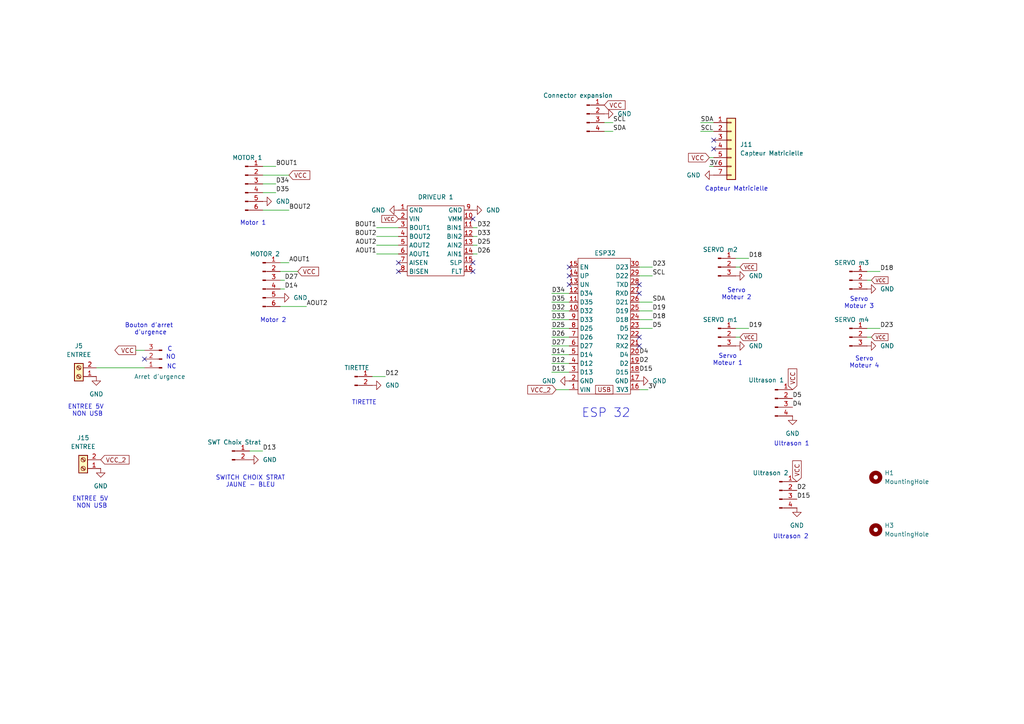
<source format=kicad_sch>
(kicad_sch (version 20231120) (generator "eeschema") (generator_version "8.0")
  (paper "A4")
  (lib_symbols
    (symbol "Connector:Conn_01x02_Pin" (pin_names (offset 1.016) hide)
      (property "Reference" "J" (at 0 2.54 0))
      (property "Value" "Conn_01x02_Pin" (at 0 -5.08 0))
      (symbol "Conn_01x02_Pin_1_1"
        (polyline (pts (xy 1.27 -2.54) (xy 0.8636 -2.54)) (stroke (width 0.1524)))
        (polyline (pts (xy 1.27 0) (xy 0.8636 0)) (stroke (width 0.1524)))
        (rectangle (start 0.8636 -2.413) (end 0 -2.667) (stroke (width 0.1524)) (fill (type outline)))
        (rectangle (start 0.8636 0.127) (end 0 -0.127) (stroke (width 0.1524)) (fill (type outline)))
        (pin passive line (at 5.08 0 180) (length 3.81) (name "Pin_1") (number "1"))
        (pin passive line (at 5.08 -2.54 180) (length 3.81) (name "Pin_2") (number "2"))
      )
    )
    (symbol "Connector:Conn_01x03_Pin" (pin_names (offset 1.016) hide)
      (property "Reference" "J" (at 0 5.08 0))
      (property "Value" "Conn_01x03_Pin" (at 0 -5.08 0))
      (symbol "Conn_01x03_Pin_1_1"
        (polyline (pts (xy 1.27 -2.54) (xy 0.8636 -2.54)) (stroke (width 0.1524)))
        (polyline (pts (xy 1.27 0) (xy 0.8636 0)) (stroke (width 0.1524)))
        (polyline (pts (xy 1.27 2.54) (xy 0.8636 2.54)) (stroke (width 0.1524)))
        (rectangle (start 0.8636 -2.413) (end 0 -2.667) (stroke (width 0.1524)) (fill (type outline)))
        (rectangle (start 0.8636 0.127) (end 0 -0.127) (stroke (width 0.1524)) (fill (type outline)))
        (rectangle (start 0.8636 2.667) (end 0 2.413) (stroke (width 0.1524)) (fill (type outline)))
        (pin passive line (at 5.08 2.54 180) (length 3.81) (name "Pin_1") (number "1"))
        (pin passive line (at 5.08 0 180) (length 3.81) (name "Pin_2") (number "2"))
        (pin passive line (at 5.08 -2.54 180) (length 3.81) (name "Pin_3") (number "3"))
      )
    )
    (symbol "Connector:Conn_01x04_Pin" (pin_names (offset 1.016) hide)
      (property "Reference" "J" (at 0 5.08 0))
      (property "Value" "Conn_01x04_Pin" (at 0 -7.62 0))
      (symbol "Conn_01x04_Pin_1_1"
        (polyline (pts (xy 1.27 -5.08) (xy 0.8636 -5.08)) (stroke (width 0.1524)))
        (polyline (pts (xy 1.27 -2.54) (xy 0.8636 -2.54)) (stroke (width 0.1524)))
        (polyline (pts (xy 1.27 0) (xy 0.8636 0)) (stroke (width 0.1524)))
        (polyline (pts (xy 1.27 2.54) (xy 0.8636 2.54)) (stroke (width 0.1524)))
        (rectangle (start 0.8636 -4.953) (end 0 -5.207) (stroke (width 0.1524)) (fill (type outline)))
        (rectangle (start 0.8636 -2.413) (end 0 -2.667) (stroke (width 0.1524)) (fill (type outline)))
        (rectangle (start 0.8636 0.127) (end 0 -0.127) (stroke (width 0.1524)) (fill (type outline)))
        (rectangle (start 0.8636 2.667) (end 0 2.413) (stroke (width 0.1524)) (fill (type outline)))
        (pin passive line (at 5.08 2.54 180) (length 3.81) (name "Pin_1") (number "1"))
        (pin passive line (at 5.08 0 180) (length 3.81) (name "Pin_2") (number "2"))
        (pin passive line (at 5.08 -2.54 180) (length 3.81) (name "Pin_3") (number "3"))
        (pin passive line (at 5.08 -5.08 180) (length 3.81) (name "Pin_4") (number "4"))
      )
    )
    (symbol "Connector:Conn_01x06_Pin" (pin_names (offset 1.016) hide)
      (property "Reference" "J" (at 0 7.62 0))
      (property "Value" "Conn_01x06_Pin" (at 0 -10.16 0))
      (symbol "Conn_01x06_Pin_1_1"
        (polyline (pts (xy 1.27 -7.62) (xy 0.8636 -7.62)) (stroke (width 0.1524)))
        (polyline (pts (xy 1.27 -5.08) (xy 0.8636 -5.08)) (stroke (width 0.1524)))
        (polyline (pts (xy 1.27 -2.54) (xy 0.8636 -2.54)) (stroke (width 0.1524)))
        (polyline (pts (xy 1.27 0) (xy 0.8636 0)) (stroke (width 0.1524)))
        (polyline (pts (xy 1.27 2.54) (xy 0.8636 2.54)) (stroke (width 0.1524)))
        (polyline (pts (xy 1.27 5.08) (xy 0.8636 5.08)) (stroke (width 0.1524)))
        (rectangle (start 0.8636 -7.493) (end 0 -7.747) (stroke (width 0.1524)) (fill (type outline)))
        (rectangle (start 0.8636 -4.953) (end 0 -5.207) (stroke (width 0.1524)) (fill (type outline)))
        (rectangle (start 0.8636 -2.413) (end 0 -2.667) (stroke (width 0.1524)) (fill (type outline)))
        (rectangle (start 0.8636 0.127) (end 0 -0.127) (stroke (width 0.1524)) (fill (type outline)))
        (rectangle (start 0.8636 2.667) (end 0 2.413) (stroke (width 0.1524)) (fill (type outline)))
        (rectangle (start 0.8636 5.207) (end 0 4.953) (stroke (width 0.1524)) (fill (type outline)))
        (pin passive line (at 5.08 5.08 180) (length 3.81) (name "Pin_1") (number "1"))
        (pin passive line (at 5.08 2.54 180) (length 3.81) (name "Pin_2") (number "2"))
        (pin passive line (at 5.08 0 180) (length 3.81) (name "Pin_3") (number "3"))
        (pin passive line (at 5.08 -2.54 180) (length 3.81) (name "Pin_4") (number "4"))
        (pin passive line (at 5.08 -5.08 180) (length 3.81) (name "Pin_5") (number "5"))
        (pin passive line (at 5.08 -7.62 180) (length 3.81) (name "Pin_6") (number "6"))
      )
    )
    (symbol "Connector:Screw_Terminal_01x02" (pin_names (offset 1.016) hide)
      (property "Reference" "J" (at 0 2.54 0))
      (property "Value" "Screw_Terminal_01x02" (at 0 -5.08 0))
      (symbol "Screw_Terminal_01x02_1_1"
        (rectangle (start -1.27 1.27) (end 1.27 -3.81) (stroke (width 0.254)) (fill (type background)))
        (circle (center 0 -2.54) (radius 0.635) (stroke (width 0.1524)))
        (polyline (pts (xy -0.5334 -2.2098) (xy 0.3302 -3.048)) (stroke (width 0.1524)))
        (polyline (pts (xy -0.5334 0.3302) (xy 0.3302 -0.508)) (stroke (width 0.1524)))
        (polyline (pts (xy -0.3556 -2.032) (xy 0.508 -2.8702)) (stroke (width 0.1524)))
        (polyline (pts (xy -0.3556 0.508) (xy 0.508 -0.3302)) (stroke (width 0.1524)))
        (circle (center 0 0) (radius 0.635) (stroke (width 0.1524)))
        (pin passive line (at -5.08 0 0) (length 3.81) (name "Pin_1") (number "1"))
        (pin passive line (at -5.08 -2.54 0) (length 3.81) (name "Pin_2") (number "2"))
      )
    )
    (symbol "Connector_Generic:Conn_01x07" (pin_names (offset 1.016) hide)
      (property "Reference" "J" (at 0 10.16 0))
      (property "Value" "Conn_01x07" (at 0 -10.16 0))
      (symbol "Conn_01x07_1_1"
        (rectangle (start -1.27 -7.493) (end 0 -7.747) (stroke (width 0.1524)))
        (rectangle (start -1.27 -4.953) (end 0 -5.207) (stroke (width 0.1524)))
        (rectangle (start -1.27 -2.413) (end 0 -2.667) (stroke (width 0.1524)))
        (rectangle (start -1.27 0.127) (end 0 -0.127) (stroke (width 0.1524)))
        (rectangle (start -1.27 2.667) (end 0 2.413) (stroke (width 0.1524)))
        (rectangle (start -1.27 5.207) (end 0 4.953) (stroke (width 0.1524)))
        (rectangle (start -1.27 7.747) (end 0 7.493) (stroke (width 0.1524)))
        (rectangle (start -1.27 8.89) (end 1.27 -8.89) (stroke (width 0.254)) (fill (type background)))
        (pin passive line (at -5.08 7.62 0) (length 3.81) (name "Pin_1") (number "1"))
        (pin passive line (at -5.08 5.08 0) (length 3.81) (name "Pin_2") (number "2"))
        (pin passive line (at -5.08 2.54 0) (length 3.81) (name "Pin_3") (number "3"))
        (pin passive line (at -5.08 0 0) (length 3.81) (name "Pin_4") (number "4"))
        (pin passive line (at -5.08 -2.54 0) (length 3.81) (name "Pin_5") (number "5"))
        (pin passive line (at -5.08 -5.08 0) (length 3.81) (name "Pin_6") (number "6"))
        (pin passive line (at -5.08 -7.62 0) (length 3.81) (name "Pin_7") (number "7"))
      )
    )
    (symbol "ESP_32_ANGE:DRV8833"
      (property "Reference" "U" (at 0 -5.08 0))
      (property "Value" "DRV8833" (at 0 7.62 0))
      (symbol "DRV8833_1_1"
        (rectangle (start -7.62 6.35) (end 8.89 -13.97))
        (pin power_in line (at -10.16 5.08 0) (length 2.54) (name "GND") (number "1"))
        (pin power_in line (at 11.43 2.54 180) (length 2.54) (name "VMM") (number "10"))
        (pin passive line (at 11.43 0 180) (length 2.54) (name "BIN1") (number "11"))
        (pin passive line (at 11.43 -2.54 180) (length 2.54) (name "BIN2") (number "12"))
        (pin passive line (at 11.43 -5.08 180) (length 2.54) (name "AIN2") (number "13"))
        (pin passive line (at 11.43 -7.62 180) (length 2.54) (name "AIN1") (number "14"))
        (pin passive line (at 11.43 -10.16 180) (length 2.54) (name "SLP") (number "15"))
        (pin passive line (at 11.43 -12.7 180) (length 2.54) (name "FLT") (number "16"))
        (pin passive line (at -10.16 2.54 0) (length 2.54) (name "VIN") (number "2"))
        (pin passive line (at -10.16 0 0) (length 2.54) (name "BOUT1") (number "3"))
        (pin passive line (at -10.16 -2.54 0) (length 2.54) (name "BOUT2") (number "4"))
        (pin passive line (at -10.16 -5.08 0) (length 2.54) (name "AOUT2") (number "5"))
        (pin passive line (at -10.16 -7.62 0) (length 2.54) (name "AOUT1") (number "6"))
        (pin passive line (at -10.16 -10.16 0) (length 2.54) (name "AISEN") (number "7"))
        (pin passive line (at -10.16 -12.7 0) (length 2.54) (name "BISEN") (number "8"))
        (pin power_in line (at 11.43 5.08 180) (length 2.54) (name "GND") (number "9"))
      )
    )
    (symbol "ESP_32_ANGE:ESP_32_WROOM32"
      (property "Reference" "U" (at -3.556 3.302 0))
      (symbol "ESP_32_WROOM32_0_1"
        (rectangle (start -7.62 0) (end 7.62 -39.37))
        (rectangle (start -2.54 -36.83) (end 2.54 -39.37))
      )
      (symbol "ESP_32_WROOM32_1_1"
        (text "USB\n" (at 0 -38.1 0) (effects (font (size 1.27 1.27))))
        (pin power_in line (at -10.16 -38.1 0) (length 2.54) (name "VIN") (number "1"))
        (pin passive line (at -10.16 -15.24 0) (length 2.54) (name "D32") (number "10"))
        (pin passive line (at -10.16 -12.7 0) (length 2.54) (name "D35") (number "11"))
        (pin passive line (at -10.16 -10.16 0) (length 2.54) (name "D34") (number "12"))
        (pin passive line (at -10.16 -7.62 0) (length 2.54) (name "UN") (number "13"))
        (pin passive line (at -10.16 -5.08 0) (length 2.54) (name "UP") (number "14"))
        (pin passive line (at -10.16 -2.54 0) (length 2.54) (name "EN") (number "15"))
        (pin power_out line (at 10.16 -38.1 180) (length 2.54) (name "3V3") (number "16"))
        (pin power_in line (at 10.16 -35.56 180) (length 2.54) (name "GND") (number "17"))
        (pin passive line (at 10.16 -33.02 180) (length 2.54) (name "D15") (number "18"))
        (pin passive line (at 10.16 -30.48 180) (length 2.54) (name "D2") (number "19"))
        (pin power_in line (at -10.16 -35.56 0) (length 2.54) (name "GND") (number "2"))
        (pin passive line (at 10.16 -27.94 180) (length 2.54) (name "D4") (number "20"))
        (pin passive line (at 10.16 -25.4 180) (length 2.54) (name "RX2") (number "21"))
        (pin passive line (at 10.16 -22.86 180) (length 2.54) (name "TX2") (number "22"))
        (pin passive line (at 10.16 -20.32 180) (length 2.54) (name "D5") (number "23"))
        (pin passive line (at 10.16 -17.78 180) (length 2.54) (name "D18") (number "24"))
        (pin passive line (at 10.16 -15.24 180) (length 2.54) (name "D19") (number "25"))
        (pin passive line (at 10.16 -12.7 180) (length 2.54) (name "D21") (number "26"))
        (pin passive line (at 10.16 -10.16 180) (length 2.54) (name "RXD") (number "27"))
        (pin passive line (at 10.16 -7.62 180) (length 2.54) (name "TXD") (number "28"))
        (pin passive line (at 10.16 -5.08 180) (length 2.54) (name "D22") (number "29"))
        (pin passive line (at -10.16 -33.02 0) (length 2.54) (name "D13") (number "3"))
        (pin passive line (at 10.16 -2.54 180) (length 2.54) (name "D23") (number "30"))
        (pin passive line (at -10.16 -30.48 0) (length 2.54) (name "D12") (number "4"))
        (pin passive line (at -10.16 -27.94 0) (length 2.54) (name "D14") (number "5"))
        (pin passive line (at -10.16 -25.4 0) (length 2.54) (name "D27") (number "6"))
        (pin passive line (at -10.16 -22.86 0) (length 2.54) (name "D26") (number "7"))
        (pin passive line (at -10.16 -20.32 0) (length 2.54) (name "D25") (number "8"))
        (pin passive line (at -10.16 -17.78 0) (length 2.54) (name "D33") (number "9"))
      )
    )
    (symbol "Mechanical:MountingHole" (pin_names (offset 1.016)) (exclude_from_sim yes) (in_bom no)
      (property "Reference" "H" (at 0 5.08 0))
      (property "Value" "MountingHole" (at 0 3.175 0))
      (symbol "MountingHole_0_1"
        (circle (center 0 0) (radius 1.27) (stroke (width 1.27)))
      )
    )
    (symbol "power:GND" (power) (pin_numbers hide) (pin_names (offset 0) hide)
      (property "Value" "GND" (at 0 -3.81 0))
      (symbol "GND_0_1"
        (polyline (pts (xy 0 0) (xy 0 -1.27) (xy 1.27 -1.27) (xy 0 -2.54) (xy -1.27 -1.27) (xy 0 -1.27)))
      )
      (symbol "GND_1_1"
        (pin power_in line (at 0 0 270) (length 0) (name "~") (number "1"))
      )
    )
  )
  (no_connect (at 137.16 76.2))
  (no_connect (at 115.57 76.2))
  (no_connect (at 185.42 85.09))
  (no_connect (at 137.16 63.5))
  (no_connect (at 137.16 78.74))
  (no_connect (at 115.57 78.74))
  (no_connect (at 185.42 100.33))
  (no_connect (at 165.1 82.55))
  (no_connect (at 165.1 80.01))
  (no_connect (at 41.91 104.14))
  (no_connect (at 207.01 40.64))
  (no_connect (at 165.1 77.47))
  (no_connect (at 185.42 82.55))
  (no_connect (at 207.01 43.18))
  (no_connect (at 185.42 97.79))
  (wire (pts (xy 189.23 80.01) (xy 185.42 80.01)))
  (wire (pts (xy 177.8 38.1) (xy 175.26 38.1)))
  (wire (pts (xy 189.23 92.71) (xy 185.42 92.71)))
  (wire (pts (xy 111.76 109.22) (xy 107.95 109.22)))
  (wire (pts (xy 160.02 95.25) (xy 165.1 95.25)))
  (wire (pts (xy 214.63 77.47) (xy 213.36 77.47)))
  (wire (pts (xy 217.17 74.93) (xy 213.36 74.93)))
  (wire (pts (xy 217.17 95.25) (xy 213.36 95.25)))
  (wire (pts (xy 187.96 113.03) (xy 185.42 113.03)))
  (wire (pts (xy 177.8 35.56) (xy 175.26 35.56)))
  (wire (pts (xy 27.94 106.68) (xy 41.91 106.68)))
  (wire (pts (xy 138.43 71.12) (xy 137.16 71.12)))
  (wire (pts (xy 189.23 77.47) (xy 185.42 77.47)))
  (wire (pts (xy 160.02 87.63) (xy 165.1 87.63)))
  (wire (pts (xy 41.91 101.6) (xy 39.37 101.6)))
  (wire (pts (xy 160.02 90.17) (xy 165.1 90.17)))
  (wire (pts (xy 203.2 38.1) (xy 207.01 38.1)))
  (wire (pts (xy 252.73 81.28) (xy 251.46 81.28)))
  (wire (pts (xy 81.28 83.82) (xy 82.55 83.82)))
  (wire (pts (xy 83.82 50.8) (xy 76.2 50.8)))
  (wire (pts (xy 81.28 81.28) (xy 82.55 81.28)))
  (wire (pts (xy 109.22 68.58) (xy 115.57 68.58)))
  (wire (pts (xy 109.22 73.66) (xy 115.57 73.66)))
  (wire (pts (xy 83.82 60.96) (xy 76.2 60.96)))
  (wire (pts (xy 255.27 95.25) (xy 251.46 95.25)))
  (wire (pts (xy 205.74 48.26) (xy 207.01 48.26)))
  (wire (pts (xy 109.22 66.04) (xy 115.57 66.04)))
  (wire (pts (xy 80.01 48.26) (xy 76.2 48.26)))
  (wire (pts (xy 189.23 87.63) (xy 185.42 87.63)))
  (wire (pts (xy 160.02 97.79) (xy 165.1 97.79)))
  (wire (pts (xy 252.73 97.79) (xy 251.46 97.79)))
  (wire (pts (xy 160.02 85.09) (xy 165.1 85.09)))
  (wire (pts (xy 138.43 66.04) (xy 137.16 66.04)))
  (wire (pts (xy 255.27 78.74) (xy 251.46 78.74)))
  (wire (pts (xy 160.02 92.71) (xy 165.1 92.71)))
  (wire (pts (xy 81.28 78.74) (xy 86.36 78.74)))
  (wire (pts (xy 160.02 105.41) (xy 165.1 105.41)))
  (wire (pts (xy 76.2 130.81) (xy 72.39 130.81)))
  (wire (pts (xy 80.01 55.88) (xy 76.2 55.88)))
  (wire (pts (xy 203.2 35.56) (xy 207.01 35.56)))
  (wire (pts (xy 88.9 88.9) (xy 81.28 88.9)))
  (wire (pts (xy 138.43 68.58) (xy 137.16 68.58)))
  (wire (pts (xy 81.28 76.2) (xy 83.82 76.2)))
  (wire (pts (xy 109.22 71.12) (xy 115.57 71.12)))
  (wire (pts (xy 160.02 102.87) (xy 165.1 102.87)))
  (wire (pts (xy 189.23 95.25) (xy 185.42 95.25)))
  (wire (pts (xy 214.63 97.79) (xy 213.36 97.79)))
  (wire (pts (xy 80.01 53.34) (xy 76.2 53.34)))
  (wire (pts (xy 189.23 90.17) (xy 185.42 90.17)))
  (wire (pts (xy 161.29 113.03) (xy 165.1 113.03)))
  (wire (pts (xy 160.02 100.33) (xy 165.1 100.33)))
  (wire (pts (xy 160.02 107.95) (xy 165.1 107.95)))
  (wire (pts (xy 138.43 73.66) (xy 137.16 73.66)))
  (wire (pts (xy 205.74 45.72) (xy 207.01 45.72)))
  (text "Ultrason 2\n" (at 229.362 155.702 0) (effects (font (size 1.27 1.27))))
  (text "ENTREE 5V\n NON USB" (at 24.892 119.126 0) (effects (font (size 1.27 1.27))))
  (text "Bouton d'arret \nd'urgence" (at 43.688 95.504 0) (effects (font (size 1.27 1.27))))
  (text "Motor 2\n" (at 79.248 92.964 0) (effects (font (size 1.27 1.27))))
  (text "Motor 1\n" (at 73.406 64.77 0) (effects (font (size 1.27 1.27))))
  (text "Ultrason 1\n" (at 229.616 128.778 0) (effects (font (size 1.27 1.27))))
  (text "Servo\nMoteur 1\n" (at 211.074 104.394 0) (effects (font (size 1.27 1.27))))
  (text "Servo\nMoteur 4\n" (at 250.698 105.156 0) (effects (font (size 1.27 1.27))))
  (text "SWITCH CHOIX STRAT\nJAUNE - BLEU" (at 72.644 139.7 0) (effects (font (size 1.27 1.27))))
  (text "Servo\nMoteur 3\n" (at 249.174 87.884 0) (effects (font (size 1.27 1.27))))
  (text "TIRETTE\n" (at 105.664 116.84 0) (effects (font (size 1.27 1.27))))
  (text "ENTREE 5V\n NON USB" (at 26.162 145.796 0) (effects (font (size 1.27 1.27))))
  (text "NO\n" (at 49.53 103.632 0) (effects (font (size 1.27 1.27))))
  (text "C" (at 49.276 101.346 0) (effects (font (size 1.27 1.27))))
  (text "ESP 32" (at 175.768 119.888 0) (effects (font (size 2.54 2.54))))
  (text "NC\n" (at 49.784 106.426 0) (effects (font (size 1.27 1.27))))
  (text "Servo\nMoteur 2" (at 213.614 85.344 0) (effects (font (size 1.27 1.27))))
  (text "Capteur Matricielle\n" (at 213.614 54.864 0) (effects (font (size 1.27 1.27))))
  (label "SCL" (at 203.2 38.1 0))
  (label "SDA" (at 203.2 35.56 0))
  (label "D15" (at 231.14 144.78 0))
  (label "D15" (at 185.42 107.95 0))
  (label "AOUT1" (at 83.82 76.2 0))
  (label "SCL" (at 189.23 80.01 0))
  (label "D23" (at 189.23 77.47 0))
  (label "D23" (at 255.27 95.25 0))
  (label "D32" (at 138.43 66.04 0))
  (label "D33" (at 160.02 92.71 0))
  (label "D34" (at 160.02 85.09 0))
  (label "D14" (at 82.55 83.82 0))
  (label "D5" (at 229.87 115.57 0))
  (label "BOUT2" (at 83.82 60.96 0))
  (label "SDA" (at 177.8 38.1 0))
  (label "AOUT1" (at 109.22 73.66 180))
  (label "3V" (at 205.74 48.26 0))
  (label "D35" (at 160.02 87.63 0))
  (label "BOUT1" (at 80.01 48.26 0))
  (label "SDA" (at 189.23 87.63 0))
  (label "D19" (at 217.17 95.25 0))
  (label "D34" (at 80.01 53.34 0))
  (label "D12" (at 111.76 109.22 0))
  (label "D13" (at 160.02 107.95 0))
  (label "D27" (at 160.02 100.33 0))
  (label "D35" (at 80.01 55.88 0))
  (label "AOUT2" (at 88.9 88.9 0))
  (label "D13" (at 76.2 130.81 0))
  (label "D2" (at 185.42 105.41 0))
  (label "D32" (at 160.02 90.17 0))
  (label "AOUT2" (at 109.22 71.12 180))
  (label "BOUT2" (at 109.22 68.58 180))
  (label "D19" (at 189.23 90.17 0))
  (label "D26" (at 160.02 97.79 0))
  (label "D18" (at 255.27 78.74 0))
  (label "D4" (at 229.87 118.11 0))
  (label "SCL" (at 177.8 35.56 0))
  (label "D12" (at 160.02 105.41 0))
  (label "3V" (at 187.96 113.03 0))
  (label "D18" (at 217.17 74.93 0))
  (label "D25" (at 138.43 71.12 0))
  (label "D18" (at 189.23 92.71 0))
  (label "BOUT1" (at 109.22 66.04 180))
  (label "D27" (at 82.55 81.28 0))
  (label "D5" (at 189.23 95.25 0))
  (label "D25" (at 160.02 95.25 0))
  (label "D33" (at 138.43 68.58 0))
  (label "D14" (at 160.02 102.87 0))
  (label "D4" (at 185.42 102.87 0))
  (label "D2" (at 231.14 142.24 0))
  (label "D26" (at 138.43 73.66 0))
  (global_label "VCC" (shape input) (at 86.36 78.74 0) (property "Intersheetrefs" "${INTERSHEET_REFS}" (effects (hide yes))))
  (global_label "VCC" (shape input) (at 214.63 97.79 0) (effects (font (size 1.016 1.016))) (property "Intersheetrefs" "${INTERSHEET_REFS}" (effects (hide yes))))
  (global_label "VCC" (shape input) (at 252.73 97.79 0) (effects (font (size 1.016 1.016))) (property "Intersheetrefs" "${INTERSHEET_REFS}" (effects (hide yes))))
  (global_label "VCC" (shape input) (at 231.14 139.7 90) (property "Intersheetrefs" "${INTERSHEET_REFS}" (effects (hide yes))))
  (global_label "VCC" (shape input) (at 229.87 113.03 90) (property "Intersheetrefs" "${INTERSHEET_REFS}" (effects (hide yes))))
  (global_label "VCC_2" (shape input) (at 161.29 113.03 180) (property "Intersheetrefs" "${INTERSHEET_REFS}" (effects (hide yes))))
  (global_label "VCC" (shape input) (at 214.63 77.47 0) (effects (font (size 1.016 1.016))) (property "Intersheetrefs" "${INTERSHEET_REFS}" (effects (hide yes))))
  (global_label "VCC_2" (shape input) (at 29.21 133.35 0) (property "Intersheetrefs" "${INTERSHEET_REFS}" (effects (hide yes))))
  (global_label "VCC" (shape input) (at 252.73 81.28 0) (effects (font (size 1.016 1.016))) (property "Intersheetrefs" "${INTERSHEET_REFS}" (effects (hide yes))))
  (global_label "VCC" (shape input) (at 205.74 45.72 180) (property "Intersheetrefs" "${INTERSHEET_REFS}" (effects (hide yes))))
  (global_label "VCC" (shape input) (at 83.82 50.8 0) (property "Intersheetrefs" "${INTERSHEET_REFS}" (effects (hide yes))))
  (global_label "VCC" (shape input) (at 115.57 63.5 180) (effects (font (size 1.016 1.016))) (property "Intersheetrefs" "${INTERSHEET_REFS}" (effects (hide yes))))
  (global_label "VCC" (shape output) (at 39.37 101.6 180) (property "Intersheetrefs" "${INTERSHEET_REFS}" (effects (hide yes))))
  (global_label "VCC" (shape input) (at 175.26 30.48 0) (property "Intersheetrefs" "${INTERSHEET_REFS}" (effects (hide yes))))
  (symbol (lib_id "power:GND") (at 213.36 100.33 90) (unit 1)
    (property "Reference" "#PWR01" (effects (hide yes)))
    (property "Value" "GND" (at 217.17 100.3299 90) (effects (justify right)))
    (property "Description" "Power symbol creates a global label with name \"GND\" , ground" (effects (hide yes)))
  )
  (symbol (lib_id "Mechanical:MountingHole") (at 254 153.67 0) (unit 1) (exclude_from_sim yes) (in_bom no)
    (property "Reference" "H3" (at 256.54 152.3999 0) (effects (justify left)))
    (property "Value" "MountingHole" (at 256.54 154.9399 0) (effects (justify left)))
    (property "Footprint" "MountingHole:MountingHole_3.2mm_M3" (effects (hide yes)))
    (property "Description" "Mounting Hole without connection" (effects (hide yes)))
  )
  (symbol (lib_id "power:GND") (at 107.95 111.76 90) (unit 1)
    (property "Reference" "#PWR018" (effects (hide yes)))
    (property "Value" "GND" (at 111.76 111.7599 90) (effects (justify right)))
    (property "Description" "Power symbol creates a global label with name \"GND\" , ground" (effects (hide yes)))
  )
  (symbol (lib_id "power:GND") (at 251.46 100.33 90) (unit 1)
    (property "Reference" "#PWR03" (effects (hide yes)))
    (property "Value" "GND" (at 255.27 100.3299 90) (effects (justify right)))
    (property "Description" "Power symbol creates a global label with name \"GND\" , ground" (effects (hide yes)))
  )
  (symbol (lib_id "power:GND") (at 115.57 60.96 270) (unit 1)
    (property "Reference" "#PWR06" (effects (hide yes)))
    (property "Value" "GND" (at 111.76 60.9599 90) (effects (justify right)))
    (property "Description" "Power symbol creates a global label with name \"GND\" , ground" (effects (hide yes)))
  )
  (symbol (lib_id "power:GND") (at 231.14 147.32 0) (unit 1)
    (property "Reference" "#PWR08" (effects (hide yes)))
    (property "Value" "GND" (at 231.14 152.4 0))
    (property "Description" "Power symbol creates a global label with name \"GND\" , ground" (effects (hide yes)))
  )
  (symbol (lib_id "power:GND") (at 229.87 120.65 0) (unit 1)
    (property "Reference" "#PWR07" (effects (hide yes)))
    (property "Value" "GND" (at 229.87 125.73 0))
    (property "Description" "Power symbol creates a global label with name \"GND\" , ground" (effects (hide yes)))
  )
  (symbol (lib_id "Connector_Generic:Conn_01x07") (at 212.09 43.18 0) (unit 1)
    (property "Reference" "J11" (at 214.63 41.9099 0) (effects (justify left)))
    (property "Value" "Capteur Matricielle" (at 214.63 44.4499 0) (effects (justify left)))
    (property "Footprint" "Connector_PinHeader_2.54mm:PinHeader_1x07_P2.54mm_Vertical" (effects (hide yes)))
    (property "Description" "Generic connector, single row, 01x07, script generated (kicad-library-utils/schlib/autogen/connector/)" (effects (hide yes)))
  )
  (symbol (lib_id "power:GND") (at 137.16 60.96 90) (unit 1)
    (property "Reference" "#PWR05" (effects (hide yes)))
    (property "Value" "GND" (at 140.97 60.9599 90) (effects (justify right)))
    (property "Description" "Power symbol creates a global label with name \"GND\" , ground" (effects (hide yes)))
  )
  (symbol (lib_id "Connector:Conn_01x06_Pin") (at 71.12 53.34 0) (unit 1)
    (property "Reference" "J8" (effects (hide yes)))
    (property "Value" "MOTOR 1" (at 71.755 45.72 0))
    (property "Footprint" "Connector_PinHeader_2.54mm:PinHeader_1x06_P2.54mm_Vertical" (effects (hide yes)))
    (property "Description" "Generic connector, single row, 01x06, script generated" (effects (hide yes)))
  )
  (symbol (lib_id "power:GND") (at 165.1 110.49 270) (unit 1)
    (property "Reference" "#PWR019" (effects (hide yes)))
    (property "Value" "GND" (at 161.29 110.4899 90) (effects (justify right)))
    (property "Description" "Power symbol creates a global label with name \"GND\" , ground" (effects (hide yes)))
  )
  (symbol (lib_id "power:GND") (at 72.39 133.35 90) (unit 1)
    (property "Reference" "#PWR010" (effects (hide yes)))
    (property "Value" "GND" (at 76.2 133.3499 90) (effects (justify right)))
    (property "Description" "Power symbol creates a global label with name \"GND\" , ground" (effects (hide yes)))
  )
  (symbol (lib_id "power:GND") (at 251.46 83.82 90) (unit 1)
    (property "Reference" "#PWR04" (effects (hide yes)))
    (property "Value" "GND" (at 255.27 83.8199 90) (effects (justify right)))
    (property "Description" "Power symbol creates a global label with name \"GND\" , ground" (effects (hide yes)))
  )
  (symbol (lib_id "power:GND") (at 207.01 50.8 270) (unit 1)
    (property "Reference" "#PWR09" (effects (hide yes)))
    (property "Value" "GND" (at 203.2 50.7999 90) (effects (justify right)))
    (property "Description" "Power symbol creates a global label with name \"GND\" , ground" (effects (hide yes)))
  )
  (symbol (lib_id "ESP_32_ANGE:ESP_32_WROOM32") (at 175.26 74.93 0) (unit 1)
    (property "Reference" "U1" (effects (hide yes)))
    (property "Value" "ESP32" (at 175.514 73.406 0))
    (property "Footprint" "composant_pami:esp32_wroom32" (effects (hide yes)))
  )
  (symbol (lib_id "power:GND") (at 213.36 80.01 90) (unit 1)
    (property "Reference" "#PWR02" (effects (hide yes)))
    (property "Value" "GND" (at 217.17 80.0099 90) (effects (justify right)))
    (property "Description" "Power symbol creates a global label with name \"GND\" , ground" (effects (hide yes)))
  )
  (symbol (lib_id "Connector:Conn_01x03_Pin") (at 46.99 104.14 180) (unit 1)
    (property "Reference" "J6" (effects (hide yes)))
    (property "Value" "Arret d'urgence" (at 46.355 109.22 0))
    (property "Footprint" "Connector_PinSocket_2.54mm:PinSocket_1x03_P2.54mm_Vertical" (effects (hide yes)))
    (property "Description" "Generic connector, single row, 01x03, script generated" (effects (hide yes)))
  )
  (symbol (lib_id "Connector:Conn_01x04_Pin") (at 226.06 142.24 0) (unit 1)
    (property "Reference" "J10" (effects (hide yes)))
    (property "Value" "Ultrason 2" (at 223.52 137.16 0))
    (property "Footprint" "Connector_PinHeader_2.54mm:PinHeader_1x04_P2.54mm_Vertical" (effects (hide yes)))
    (property "Description" "Generic connector, single row, 01x04, script generated" (effects (hide yes)))
  )
  (symbol (lib_id "Connector:Conn_01x03_Pin") (at 208.28 77.47 0) (unit 1)
    (property "Reference" "J2" (effects (hide yes)))
    (property "Value" "SERVO m2" (at 208.915 72.39 0))
    (property "Footprint" "Connector_PinHeader_2.54mm:PinHeader_1x03_P2.54mm_Vertical" (effects (hide yes)))
    (property "Description" "Generic connector, single row, 01x03, script generated" (effects (hide yes)))
  )
  (symbol (lib_id "power:GND") (at 27.94 109.22 0) (unit 1)
    (property "Reference" "#PWR015" (effects (hide yes)))
    (property "Value" "GND" (at 27.94 114.3 0))
    (property "Description" "Power symbol creates a global label with name \"GND\" , ground" (effects (hide yes)))
  )
  (symbol (lib_id "Connector:Screw_Terminal_01x02") (at 22.86 109.22 180) (unit 1)
    (property "Reference" "J5" (at 22.86 100.33 0))
    (property "Value" "ENTREE" (at 22.86 102.87 0))
    (property "Footprint" "Connector_PinHeader_2.54mm:PinHeader_1x02_P2.54mm_Vertical" (effects (hide yes)))
  )
  (symbol (lib_id "power:GND") (at 175.26 33.02 90) (unit 1)
    (property "Reference" "#PWR011" (effects (hide yes)))
    (property "Value" "GND" (at 179.07 33.0199 90) (effects (justify right)))
    (property "Description" "Power symbol creates a global label with name \"GND\" , ground" (effects (hide yes)))
  )
  (symbol (lib_id "Connector:Conn_01x02_Pin") (at 67.31 130.81 0) (unit 1)
    (property "Reference" "J13" (effects (hide yes)))
    (property "Value" "SWT Choix Strat" (at 67.945 128.27 0))
    (property "Footprint" "Connector_PinHeader_2.54mm:PinHeader_1x02_P2.54mm_Vertical" (effects (hide yes)))
    (property "Description" "Generic connector, single row, 01x02, script generated" (effects (hide yes)))
  )
  (symbol (lib_id "Connector:Conn_01x02_Pin") (at 102.87 109.22 0) (unit 1)
    (property "Reference" "J7" (effects (hide yes)))
    (property "Value" "TIRETTE" (at 103.505 106.68 0))
    (property "Footprint" "Connector_PinHeader_2.54mm:PinHeader_1x02_P2.54mm_Vertical" (effects (hide yes)))
    (property "Description" "Generic connector, single row, 01x02, script generated" (effects (hide yes)))
  )
  (symbol (lib_id "power:GND") (at 76.2 58.42 90) (unit 1)
    (property "Reference" "#PWR021" (effects (hide yes)))
    (property "Value" "GND" (at 80.01 58.4199 90) (effects (justify right)))
    (property "Description" "Power symbol creates a global label with name \"GND\" , ground" (effects (hide yes)))
  )
  (symbol (lib_id "power:GND") (at 81.28 86.36 90) (unit 1)
    (property "Reference" "#PWR023" (effects (hide yes)))
    (property "Value" "GND" (at 85.09 86.3599 90) (effects (justify right)))
    (property "Description" "Power symbol creates a global label with name \"GND\" , ground" (effects (hide yes)))
  )
  (symbol (lib_id "Connector:Screw_Terminal_01x02") (at 24.13 135.89 180) (unit 1)
    (property "Reference" "J15" (at 24.13 127 0))
    (property "Value" "ENTREE" (at 24.13 129.54 0))
    (property "Footprint" "Connector_PinHeader_2.54mm:PinHeader_1x02_P2.54mm_Vertical" (effects (hide yes)))
  )
  (symbol (lib_id "power:GND") (at 29.21 135.89 0) (unit 1)
    (property "Reference" "#PWR012" (effects (hide yes)))
    (property "Value" "GND" (at 29.21 140.97 0))
    (property "Description" "Power symbol creates a global label with name \"GND\" , ground" (effects (hide yes)))
  )
  (symbol (lib_id "ESP_32_ANGE:DRV8833") (at 125.73 66.04 0) (unit 1)
    (property "Reference" "U2" (effects (hide yes)))
    (property "Value" "DRIVEUR 1" (at 126.365 57.15 0))
    (property "Footprint" "composant_pami:DRV8833" (effects (hide yes)))
  )
  (symbol (lib_id "power:GND") (at 185.42 110.49 90) (unit 1)
    (property "Reference" "#PWR020" (effects (hide yes)))
    (property "Value" "GND" (at 189.23 110.4899 90) (effects (justify right)))
    (property "Description" "Power symbol creates a global label with name \"GND\" , ground" (effects (hide yes)))
  )
  (symbol (lib_id "Connector:Conn_01x03_Pin") (at 246.38 81.28 0) (unit 1)
    (property "Reference" "J12" (effects (hide yes)))
    (property "Value" "SERVO m3" (at 247.015 76.2 0))
    (property "Footprint" "Connector_PinHeader_2.54mm:PinHeader_1x03_P2.54mm_Vertical" (effects (hide yes)))
    (property "Description" "Generic connector, single row, 01x03, script generated" (effects (hide yes)))
  )
  (symbol (lib_id "Connector:Conn_01x03_Pin") (at 246.38 97.79 0) (unit 1)
    (property "Reference" "J3" (effects (hide yes)))
    (property "Value" "SERVO m4" (at 247.015 92.71 0))
    (property "Footprint" "Connector_PinHeader_2.54mm:PinHeader_1x03_P2.54mm_Vertical" (effects (hide yes)))
    (property "Description" "Generic connector, single row, 01x03, script generated" (effects (hide yes)))
  )
  (symbol (lib_id "Mechanical:MountingHole") (at 254 138.43 0) (unit 1) (exclude_from_sim yes) (in_bom no)
    (property "Reference" "H1" (at 256.54 137.1599 0) (effects (justify left)))
    (property "Value" "MountingHole" (at 256.54 139.6999 0) (effects (justify left)))
    (property "Footprint" "MountingHole:MountingHole_3.2mm_M3" (effects (hide yes)))
    (property "Description" "Mounting Hole without connection" (effects (hide yes)))
  )
  (symbol (lib_id "Connector:Conn_01x03_Pin") (at 208.28 97.79 0) (unit 1)
    (property "Reference" "J1" (effects (hide yes)))
    (property "Value" "SERVO m1" (at 208.915 92.71 0))
    (property "Footprint" "Connector_PinHeader_2.54mm:PinHeader_1x03_P2.54mm_Vertical" (effects (hide yes)))
    (property "Description" "Generic connector, single row, 01x03, script generated" (effects (hide yes)))
  )
  (symbol (lib_id "Connector:Conn_01x04_Pin") (at 224.79 115.57 0) (unit 1)
    (property "Reference" "J4" (effects (hide yes)))
    (property "Value" "Ultrason 1" (at 222.25 110.236 0))
    (property "Footprint" "Connector_PinHeader_2.54mm:PinHeader_1x04_P2.54mm_Vertical" (effects (hide yes)))
    (property "Description" "Generic connector, single row, 01x04, script generated" (effects (hide yes)))
  )
  (symbol (lib_id "Connector:Conn_01x06_Pin") (at 76.2 81.28 0) (unit 1)
    (property "Reference" "J9" (effects (hide yes)))
    (property "Value" "MOTOR 2" (at 76.835 73.66 0))
    (property "Footprint" "Connector_PinHeader_2.54mm:PinHeader_1x06_P2.54mm_Vertical" (effects (hide yes)))
    (property "Description" "Generic connector, single row, 01x06, script generated" (effects (hide yes)))
  )
  (symbol (lib_id "Connector:Conn_01x04_Pin") (at 170.18 33.02 0) (unit 1)
    (property "Reference" "J14" (effects (hide yes)))
    (property "Value" "Connector expansion" (at 167.64 27.686 0))
    (property "Footprint" "Connector_PinHeader_2.54mm:PinHeader_1x04_P2.54mm_Vertical" (effects (hide yes)))
    (property "Description" "Generic connector, single row, 01x04, script generated" (effects (hide yes)))
  )
)
</source>
